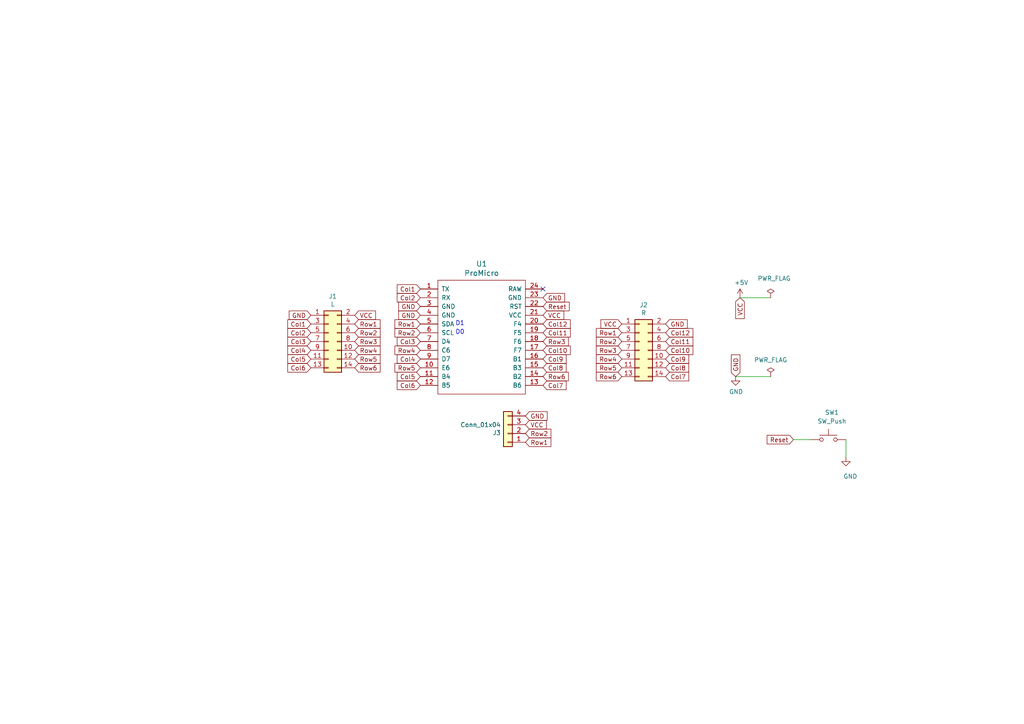
<source format=kicad_sch>
(kicad_sch (version 20211123) (generator eeschema)
  (paper "A4")
  (title_block (title "Pragmatic Bridge Module") (date "2021-11-30") (rev "V0.3") (company "James Sa"))
  (lib_symbols
    (symbol "Biacco42:ProMicro" (pin_names (offset 1.016))
      (property "Reference" "U" (at 0 24.13 0))
      (property "Value" "ProMicro" (at 0 -13.97 0))
      (symbol "ProMicro_0_1"
        (rectangle (start -12.7 21.59) (end 12.7 -11.43))
      )
      (symbol "ProMicro_1_1"
        (pin bidirectional line (at -17.78 19.05 0) (length 5.08) (name "TX") (number "1"))
        (pin bidirectional line (at -17.78 -3.81 0) (length 5.08) (name "E6") (number "10"))
        (pin bidirectional line (at -17.78 -6.35 0) (length 5.08) (name "B4") (number "11"))
        (pin bidirectional line (at -17.78 -8.89 0) (length 5.08) (name "B5") (number "12"))
        (pin bidirectional line (at 17.78 -8.89 180) (length 5.08) (name "B6") (number "13"))
        (pin bidirectional line (at 17.78 -6.35 180) (length 5.08) (name "B2") (number "14"))
        (pin bidirectional line (at 17.78 -3.81 180) (length 5.08) (name "B3") (number "15"))
        (pin bidirectional line (at 17.78 -1.27 180) (length 5.08) (name "B1") (number "16"))
        (pin bidirectional line (at 17.78 1.27 180) (length 5.08) (name "F7") (number "17"))
        (pin bidirectional line (at 17.78 3.81 180) (length 5.08) (name "F6") (number "18"))
        (pin bidirectional line (at 17.78 6.35 180) (length 5.08) (name "F5") (number "19"))
        (pin bidirectional line (at -17.78 16.51 0) (length 5.08) (name "RX") (number "2"))
        (pin bidirectional line (at 17.78 8.89 180) (length 5.08) (name "F4") (number "20"))
        (pin power_in line (at 17.78 11.43 180) (length 5.08) (name "VCC") (number "21"))
        (pin input line (at 17.78 13.97 180) (length 5.08) (name "RST") (number "22"))
        (pin power_in line (at 17.78 16.51 180) (length 5.08) (name "GND") (number "23"))
        (pin power_out line (at 17.78 19.05 180) (length 5.08) (name "RAW") (number "24"))
        (pin power_in line (at -17.78 13.97 0) (length 5.08) (name "GND") (number "3"))
        (pin power_in line (at -17.78 11.43 0) (length 5.08) (name "GND") (number "4"))
        (pin bidirectional line (at -17.78 8.89 0) (length 5.08) (name "SDA") (number "5"))
        (pin bidirectional line (at -17.78 6.35 0) (length 5.08) (name "SCL") (number "6"))
        (pin bidirectional line (at -17.78 3.81 0) (length 5.08) (name "D4") (number "7"))
        (pin bidirectional line (at -17.78 1.27 0) (length 5.08) (name "C6") (number "8"))
        (pin bidirectional line (at -17.78 -1.27 0) (length 5.08) (name "D7") (number "9"))
      )
    )
    (symbol "Connector_Generic:Conn_01x04" (pin_names (offset 1.016) hide)
      (property "Reference" "J" (at 0 5.08 0))
      (property "Value" "Conn_01x04" (at 0 -7.62 0))
      (symbol "Conn_01x04_1_1"
        (rectangle (start -1.27 -4.953) (end 0 -5.207) (stroke (width 0.1524)))
        (rectangle (start -1.27 -2.413) (end 0 -2.667) (stroke (width 0.1524)))
        (rectangle (start -1.27 0.127) (end 0 -0.127) (stroke (width 0.1524)))
        (rectangle (start -1.27 2.667) (end 0 2.413) (stroke (width 0.1524)))
        (rectangle (start -1.27 3.81) (end 1.27 -6.35) (stroke (width 0.254)) (fill (type background)))
        (pin passive line (at -5.08 2.54 0) (length 3.81) (name "Pin_1") (number "1"))
        (pin passive line (at -5.08 0 0) (length 3.81) (name "Pin_2") (number "2"))
        (pin passive line (at -5.08 -2.54 0) (length 3.81) (name "Pin_3") (number "3"))
        (pin passive line (at -5.08 -5.08 0) (length 3.81) (name "Pin_4") (number "4"))
      )
    )
    (symbol "Connector_Generic:Conn_02x07_Odd_Even" (pin_names (offset 1.016) hide)
      (property "Reference" "J" (at 1.27 10.16 0))
      (property "Value" "Conn_02x07_Odd_Even" (at 1.27 -10.16 0))
      (symbol "Conn_02x07_Odd_Even_1_1"
        (rectangle (start -1.27 -7.493) (end 0 -7.747) (stroke (width 0.1524)))
        (rectangle (start -1.27 -4.953) (end 0 -5.207) (stroke (width 0.1524)))
        (rectangle (start -1.27 -2.413) (end 0 -2.667) (stroke (width 0.1524)))
        (rectangle (start -1.27 0.127) (end 0 -0.127) (stroke (width 0.1524)))
        (rectangle (start -1.27 2.667) (end 0 2.413) (stroke (width 0.1524)))
        (rectangle (start -1.27 5.207) (end 0 4.953) (stroke (width 0.1524)))
        (rectangle (start -1.27 7.747) (end 0 7.493) (stroke (width 0.1524)))
        (rectangle (start -1.27 8.89) (end 3.81 -8.89) (stroke (width 0.254)) (fill (type background)))
        (rectangle (start 3.81 -7.493) (end 2.54 -7.747) (stroke (width 0.1524)))
        (rectangle (start 3.81 -4.953) (end 2.54 -5.207) (stroke (width 0.1524)))
        (rectangle (start 3.81 -2.413) (end 2.54 -2.667) (stroke (width 0.1524)))
        (rectangle (start 3.81 0.127) (end 2.54 -0.127) (stroke (width 0.1524)))
        (rectangle (start 3.81 2.667) (end 2.54 2.413) (stroke (width 0.1524)))
        (rectangle (start 3.81 5.207) (end 2.54 4.953) (stroke (width 0.1524)))
        (rectangle (start 3.81 7.747) (end 2.54 7.493) (stroke (width 0.1524)))
        (pin passive line (at -5.08 7.62 0) (length 3.81) (name "Pin_1") (number "1"))
        (pin passive line (at 7.62 -2.54 180) (length 3.81) (name "Pin_10") (number "10"))
        (pin passive line (at -5.08 -5.08 0) (length 3.81) (name "Pin_11") (number "11"))
        (pin passive line (at 7.62 -5.08 180) (length 3.81) (name "Pin_12") (number "12"))
        (pin passive line (at -5.08 -7.62 0) (length 3.81) (name "Pin_13") (number "13"))
        (pin passive line (at 7.62 -7.62 180) (length 3.81) (name "Pin_14") (number "14"))
        (pin passive line (at 7.62 7.62 180) (length 3.81) (name "Pin_2") (number "2"))
        (pin passive line (at -5.08 5.08 0) (length 3.81) (name "Pin_3") (number "3"))
        (pin passive line (at 7.62 5.08 180) (length 3.81) (name "Pin_4") (number "4"))
        (pin passive line (at -5.08 2.54 0) (length 3.81) (name "Pin_5") (number "5"))
        (pin passive line (at 7.62 2.54 180) (length 3.81) (name "Pin_6") (number "6"))
        (pin passive line (at -5.08 0 0) (length 3.81) (name "Pin_7") (number "7"))
        (pin passive line (at 7.62 0 180) (length 3.81) (name "Pin_8") (number "8"))
        (pin passive line (at -5.08 -2.54 0) (length 3.81) (name "Pin_9") (number "9"))
      )
    )
    (symbol "Switch:SW_Push" (pin_numbers hide) (pin_names (offset 1.016) hide)
      (property "Reference" "SW" (at 1.27 2.54 0))
      (property "Value" "SW_Push" (at 0 -1.524 0))
      (symbol "SW_Push_0_1"
        (circle (center -2.032 0) (radius 0.508))
        (polyline (pts (xy 0 1.27) (xy 0 3.048)))
        (polyline (pts (xy 2.54 1.27) (xy -2.54 1.27)))
        (circle (center 2.032 0) (radius 0.508))
        (pin passive line (at -5.08 0 0) (length 2.54) (name "1") (number "1"))
        (pin passive line (at 5.08 0 180) (length 2.54) (name "2") (number "2"))
      )
    )
    (symbol "power:+5V" (power) (pin_names (offset 0))
      (property "Value" "+5V" (at 0 3.556 0))
      (symbol "+5V_0_1"
        (polyline (pts (xy -0.762 1.27) (xy 0 2.54)))
        (polyline (pts (xy 0 0) (xy 0 2.54)))
        (polyline (pts (xy 0 2.54) (xy 0.762 1.27)))
      )
      (symbol "+5V_1_1"
        (pin power_in line (at 0 0 90) (length 0) hide (name "+5V") (number "1"))
      )
    )
    (symbol "power:GND" (power) (pin_names (offset 0))
      (property "Value" "GND" (at 0 -3.81 0))
      (symbol "GND_0_1"
        (polyline (pts (xy 0 0) (xy 0 -1.27) (xy 1.27 -1.27) (xy 0 -2.54) (xy -1.27 -1.27) (xy 0 -1.27)))
      )
      (symbol "GND_1_1"
        (pin power_in line (at 0 0 270) (length 0) hide (name "GND") (number "1"))
      )
    )
    (symbol "power:PWR_FLAG" (power) (pin_numbers hide) (pin_names (offset 0) hide)
      (property "Value" "PWR_FLAG" (at 0 3.81 0))
      (symbol "PWR_FLAG_0_0"
        (pin power_out line (at 0 0 90) (length 0) (name "pwr") (number "1"))
      )
      (symbol "PWR_FLAG_0_1"
        (polyline (pts (xy 0 0) (xy 0 1.27) (xy -1.016 1.905) (xy 0 2.54) (xy 1.016 1.905) (xy 0 1.27)))
      )
    )
  )
  (no_connect (at 157.48 83.82))
  (wire (pts (xy 230.124 127.508) (xy 235.204 127.508)))
  (wire (pts (xy 245.364 127.508) (xy 245.364 132.588)))
  (wire (pts (xy 213.36 109.22) (xy 223.52 109.22)))
  (wire (pts (xy 223.52 86.36) (xy 214.63 86.36)))
  (text "D1" (at 132.08 94.615 0) (effects (font (size 1.27 1.27)) (justify left bottom)))
  (text "D0" (at 132.08 97.155 0) (effects (font (size 1.27 1.27)) (justify left bottom)))
  (global_label "Col5" (shape input) (at 90.17 104.14 180) (property "Intersheet References" "${INTERSHEET_REFS}" (effects hide)))
  (global_label "Reset" (shape input) (at 157.48 88.9 0) (property "Intersheet References" "${INTERSHEET_REFS}" (effects hide)))
  (global_label "Col2" (shape input) (at 121.92 86.36 180) (property "Intersheet References" "${INTERSHEET_REFS}" (effects hide)))
  (global_label "GND" (shape input) (at 121.92 88.9 180) (property "Intersheet References" "${INTERSHEET_REFS}" (effects hide)))
  (global_label "Row3" (shape input) (at 157.48 99.06 0) (property "Intersheet References" "${INTERSHEET_REFS}" (effects hide)))
  (global_label "Col2" (shape input) (at 90.17 96.52 180) (property "Intersheet References" "${INTERSHEET_REFS}" (effects hide)))
  (global_label "Row4" (shape input) (at 180.34 104.14 180) (property "Intersheet References" "${INTERSHEET_REFS}" (effects hide)))
  (global_label "Col7" (shape input) (at 157.48 111.76 0) (property "Intersheet References" "${INTERSHEET_REFS}" (effects hide)))
  (global_label "Col6" (shape input) (at 121.92 111.76 180) (property "Intersheet References" "${INTERSHEET_REFS}" (effects hide)))
  (global_label "GND" (shape input) (at 152.4 120.65 0) (property "Intersheet References" "${INTERSHEET_REFS}" (effects hide)))
  (global_label "Row6" (shape input) (at 157.48 109.22 0) (property "Intersheet References" "${INTERSHEET_REFS}" (effects hide)))
  (global_label "Row1" (shape input) (at 121.92 93.98 180) (property "Intersheet References" "${INTERSHEET_REFS}" (effects hide)))
  (global_label "Row1" (shape input) (at 152.4 128.27 0) (property "Intersheet References" "${INTERSHEET_REFS}" (effects hide)))
  (global_label "VCC" (shape input) (at 214.63 86.36 270) (property "Intersheet References" "${INTERSHEET_REFS}" (effects hide)))
  (global_label "Row1" (shape input) (at 180.34 96.52 180) (property "Intersheet References" "${INTERSHEET_REFS}" (effects hide)))
  (global_label "Row6" (shape input) (at 180.34 109.22 180) (property "Intersheet References" "${INTERSHEET_REFS}" (effects hide)))
  (global_label "Col3" (shape input) (at 121.92 99.06 180) (property "Intersheet References" "${INTERSHEET_REFS}" (effects hide)))
  (global_label "Col8" (shape input) (at 157.48 106.68 0) (property "Intersheet References" "${INTERSHEET_REFS}" (effects hide)))
  (global_label "Row5" (shape input) (at 102.87 104.14 0) (property "Intersheet References" "${INTERSHEET_REFS}" (effects hide)))
  (global_label "Row4" (shape input) (at 121.92 101.6 180) (property "Intersheet References" "${INTERSHEET_REFS}" (effects hide)))
  (global_label "Col4" (shape input) (at 90.17 101.6 180) (property "Intersheet References" "${INTERSHEET_REFS}" (effects hide)))
  (global_label "Row6" (shape input) (at 102.87 106.68 0) (property "Intersheet References" "${INTERSHEET_REFS}" (effects hide)))
  (global_label "Row3" (shape input) (at 180.34 101.6 180) (property "Intersheet References" "${INTERSHEET_REFS}" (effects hide)))
  (global_label "Col10" (shape input) (at 193.04 101.6 0) (property "Intersheet References" "${INTERSHEET_REFS}" (effects hide)))
  (global_label "GND" (shape input) (at 90.17 91.44 180) (property "Intersheet References" "${INTERSHEET_REFS}" (effects hide)))
  (global_label "VCC" (shape input) (at 102.87 91.44 0) (property "Intersheet References" "${INTERSHEET_REFS}" (effects hide)))
  (global_label "GND" (shape input) (at 121.92 91.44 180) (property "Intersheet References" "${INTERSHEET_REFS}" (effects hide)))
  (global_label "VCC" (shape input) (at 180.34 93.98 180) (property "Intersheet References" "${INTERSHEET_REFS}" (effects hide)))
  (global_label "Col1" (shape input) (at 121.92 83.82 180) (property "Intersheet References" "${INTERSHEET_REFS}" (effects hide)))
  (global_label "VCC" (shape input) (at 152.4 123.19 0) (property "Intersheet References" "${INTERSHEET_REFS}" (effects hide)))
  (global_label "Row2" (shape input) (at 102.87 96.52 0) (property "Intersheet References" "${INTERSHEET_REFS}" (effects hide)))
  (global_label "Col1" (shape input) (at 90.17 93.98 180) (property "Intersheet References" "${INTERSHEET_REFS}" (effects hide)))
  (global_label "Col4" (shape input) (at 121.92 104.14 180) (property "Intersheet References" "${INTERSHEET_REFS}" (effects hide)))
  (global_label "Row3" (shape input) (at 102.87 99.06 0) (property "Intersheet References" "${INTERSHEET_REFS}" (effects hide)))
  (global_label "Col10" (shape input) (at 157.48 101.6 0) (property "Intersheet References" "${INTERSHEET_REFS}" (effects hide)))
  (global_label "Col5" (shape input) (at 121.92 109.22 180) (property "Intersheet References" "${INTERSHEET_REFS}" (effects hide)))
  (global_label "Col12" (shape input) (at 157.48 93.98 0) (property "Intersheet References" "${INTERSHEET_REFS}" (effects hide)))
  (global_label "Reset" (shape input) (at 230.124 127.508 180) (property "Intersheet References" "${INTERSHEET_REFS}" (effects hide)))
  (global_label "Row2" (shape input) (at 121.92 96.52 180) (property "Intersheet References" "${INTERSHEET_REFS}" (effects hide)))
  (global_label "Row4" (shape input) (at 102.87 101.6 0) (property "Intersheet References" "${INTERSHEET_REFS}" (effects hide)))
  (global_label "Row5" (shape input) (at 121.92 106.68 180) (property "Intersheet References" "${INTERSHEET_REFS}" (effects hide)))
  (global_label "Row1" (shape input) (at 102.87 93.98 0) (property "Intersheet References" "${INTERSHEET_REFS}" (effects hide)))
  (global_label "Row2" (shape input) (at 152.4 125.73 0) (property "Intersheet References" "${INTERSHEET_REFS}" (effects hide)))
  (global_label "Col11" (shape input) (at 157.48 96.52 0) (property "Intersheet References" "${INTERSHEET_REFS}" (effects hide)))
  (global_label "Col11" (shape input) (at 193.04 99.06 0) (property "Intersheet References" "${INTERSHEET_REFS}" (effects hide)))
  (global_label "GND" (shape input) (at 213.36 109.22 90) (property "Intersheet References" "${INTERSHEET_REFS}" (effects hide)))
  (global_label "Col9" (shape input) (at 157.48 104.14 0) (property "Intersheet References" "${INTERSHEET_REFS}" (effects hide)))
  (global_label "Col6" (shape input) (at 90.17 106.68 180) (property "Intersheet References" "${INTERSHEET_REFS}" (effects hide)))
  (global_label "Col12" (shape input) (at 193.04 96.52 0) (property "Intersheet References" "${INTERSHEET_REFS}" (effects hide)))
  (global_label "VCC" (shape input) (at 157.48 91.44 0) (property "Intersheet References" "${INTERSHEET_REFS}" (effects hide)))
  (global_label "Col7" (shape input) (at 193.04 109.22 0) (property "Intersheet References" "${INTERSHEET_REFS}" (effects hide)))
  (global_label "Row2" (shape input) (at 180.34 99.06 180) (property "Intersheet References" "${INTERSHEET_REFS}" (effects hide)))
  (global_label "Col9" (shape input) (at 193.04 104.14 0) (property "Intersheet References" "${INTERSHEET_REFS}" (effects hide)))
  (global_label "Col8" (shape input) (at 193.04 106.68 0) (property "Intersheet References" "${INTERSHEET_REFS}" (effects hide)))
  (global_label "GND" (shape input) (at 157.48 86.36 0) (property "Intersheet References" "${INTERSHEET_REFS}" (effects hide)))
  (global_label "Col3" (shape input) (at 90.17 99.06 180) (property "Intersheet References" "${INTERSHEET_REFS}" (effects hide)))
  (global_label "GND" (shape input) (at 193.04 93.98 0) (property "Intersheet References" "${INTERSHEET_REFS}" (effects hide)))
  (global_label "Row5" (shape input) (at 180.34 106.68 180) (property "Intersheet References" "${INTERSHEET_REFS}" (effects hide)))
  (symbol (lib_id "Biacco42:ProMicro") (at 139.7 102.87 0) (unit 1)
    (property "Reference" "U1" (at 139.7 76.5302 0) (effects (font (size 1.524 1.524))))
    (property "Value" "ProMicro" (at 139.7 79.2226 0) (effects (font (size 1.524 1.524))))
    (property "Footprint" "keyboards:ArduinoProMicro" (effects hide))
  )
  (symbol (lib_id "Connector_Generic:Conn_02x07_Odd_Even") (at 95.25 99.06 0) (unit 1)
    (property "Reference" "J1" (at 96.52 85.9282 0))
    (property "Value" "L" (at 96.52 88.2396 0))
    (property "Footprint" "Connector_IDC:IDC-Header_2x07_P2.54mm_Vertical" (effects hide))
    (property "LCSC" "C3406" (effects hide))
  )
  (symbol (lib_id "Connector_Generic:Conn_02x07_Odd_Even") (at 185.42 101.6 0) (unit 1)
    (property "Reference" "J2" (at 186.69 88.4682 0))
    (property "Value" "R" (at 186.69 90.7796 0))
    (property "Footprint" "Connector_IDC:IDC-Header_2x07_P2.54mm_Vertical" (effects hide))
    (property "LCSC" "C3406" (effects hide))
  )
  (symbol (lib_id "power:+5V") (at 214.63 86.36 0) (unit 1)
    (property "Reference" "#PWR0101" (effects hide))
    (property "Value" "+5V" (at 215.011 81.9658 0))
  )
  (symbol (lib_id "Switch:SW_Push") (at 240.284 127.508 0) (unit 1)
    (property "Reference" "SW1" (at 241.3 119.634 0))
    (property "Value" "SW_Push" (at 241.3 122.174 0))
    (property "Footprint" "Button_Switch_THT:SW_PUSH_6mm" (effects hide))
    (property "LCSC" "C620316" (effects hide))
  )
  (symbol (lib_id "power:GND") (at 245.364 132.588 0) (unit 1)
    (property "Reference" "#PWR01" (effects hide))
    (property "Value" "GND" (at 246.634 138.176 0))
  )
  (symbol (lib_id "Connector_Generic:Conn_01x04") (at 147.32 125.73 180) (unit 1)
    (property "Reference" "J3" (at 145.288 125.5268 0) (effects (justify left)))
    (property "Value" "Conn_01x04" (at 145.288 123.2154 0) (effects (justify left)))
    (property "Footprint" "Connector_PinSocket_2.54mm:PinSocket_1x04_P2.54mm_Vertical" (effects hide))
  )
  (symbol (lib_id "power:PWR_FLAG") (at 223.52 86.36 0) (unit 1)
    (property "Reference" "#FLG0101" (effects hide))
    (property "Value" "PWR_FLAG" (at 224.536 80.772 0))
  )
  (symbol (lib_id "power:GND") (at 213.36 109.22 0) (unit 1)
    (property "Reference" "#PWR0103" (effects hide))
    (property "Value" "GND" (at 213.487 113.6142 0))
  )
  (symbol (lib_id "power:PWR_FLAG") (at 223.52 109.22 0) (unit 1)
    (property "Reference" "#FLG0102" (effects hide))
    (property "Value" "PWR_FLAG" (at 223.52 104.394 0))
  )
)
</source>
